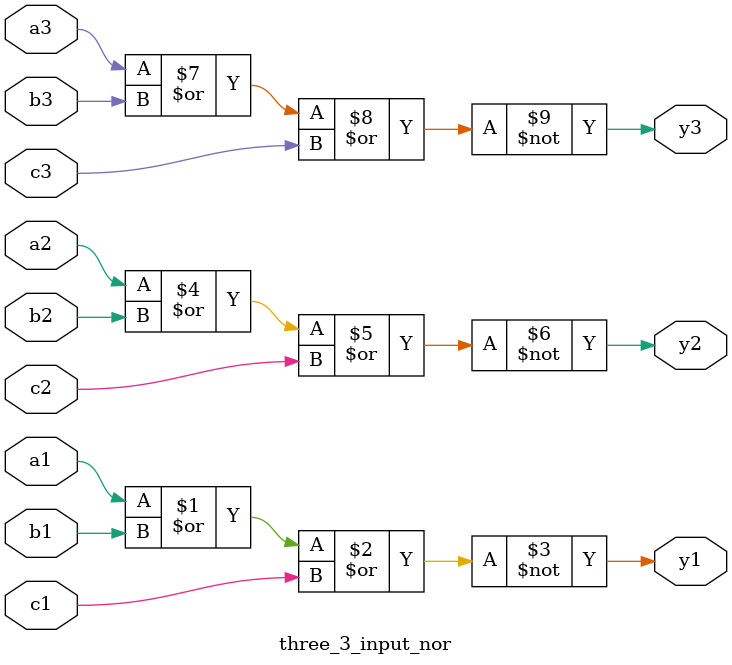
<source format=v>
`timescale 1ns / 1ps

module three_3_input_nor #(parameter DELAY = 10)(
    input wire a1,b1,c1,a2,b2,c2,a3,b3,c3,
    output wire y1,y2,y3
    );
    
    nor #DELAY (y1,a1,b1,c1);
    nor #DELAY (y2,a2,b2,c2);
    nor #DELAY (y3,a3,b3,c3);
    
endmodule

</source>
